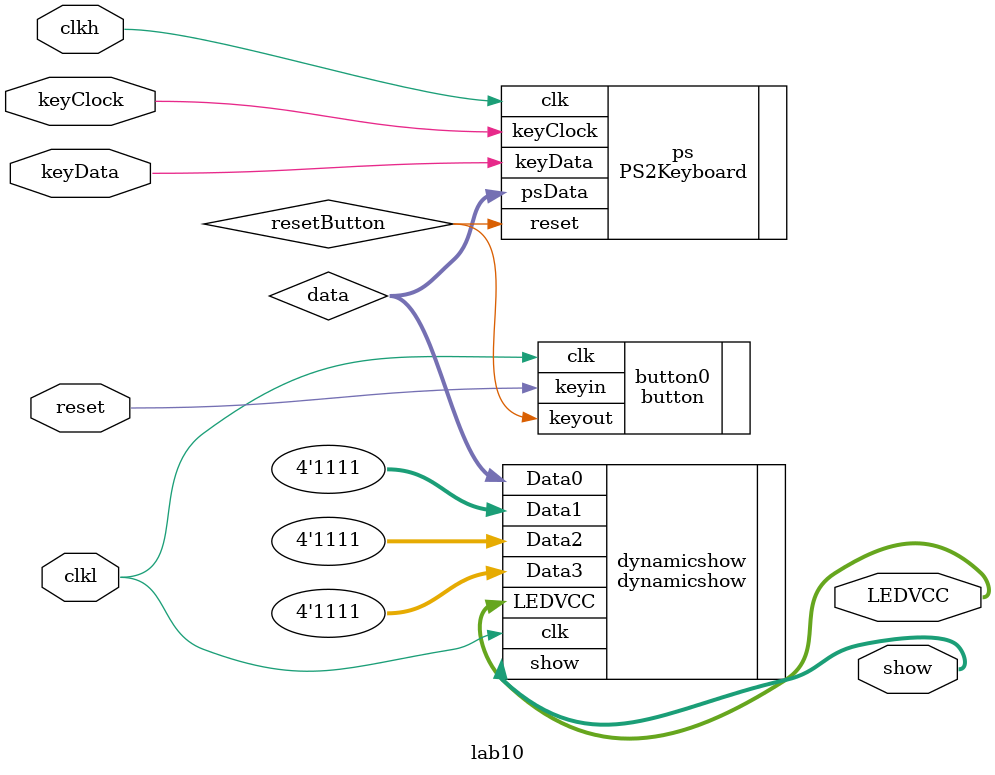
<source format=v>
module lab10 (
    //input
    input clkh , clkl,
    input reset,
    //output
    output [3:0] LEDVCC,
    output [6:0] show,
    //inout
    inout keyClock,
    inout keyData
);
    wire resetButton;
    button button0(.keyin(reset) , .clk(clkl) , .keyout(resetButton));


    wire [3:0] data;
    PS2Keyboard ps(.clk(clkh) , .reset(resetButton) , .psData(data) , .keyClock(keyClock) , .keyData(keyData));
    
    dynamicshow dynamicshow(.Data0(data) , .Data1(4'hF) , .Data2(4'hF) , .Data3(4'hF) , .clk(clkl) , .show(show) , .LEDVCC(LEDVCC));
    
endmodule
</source>
